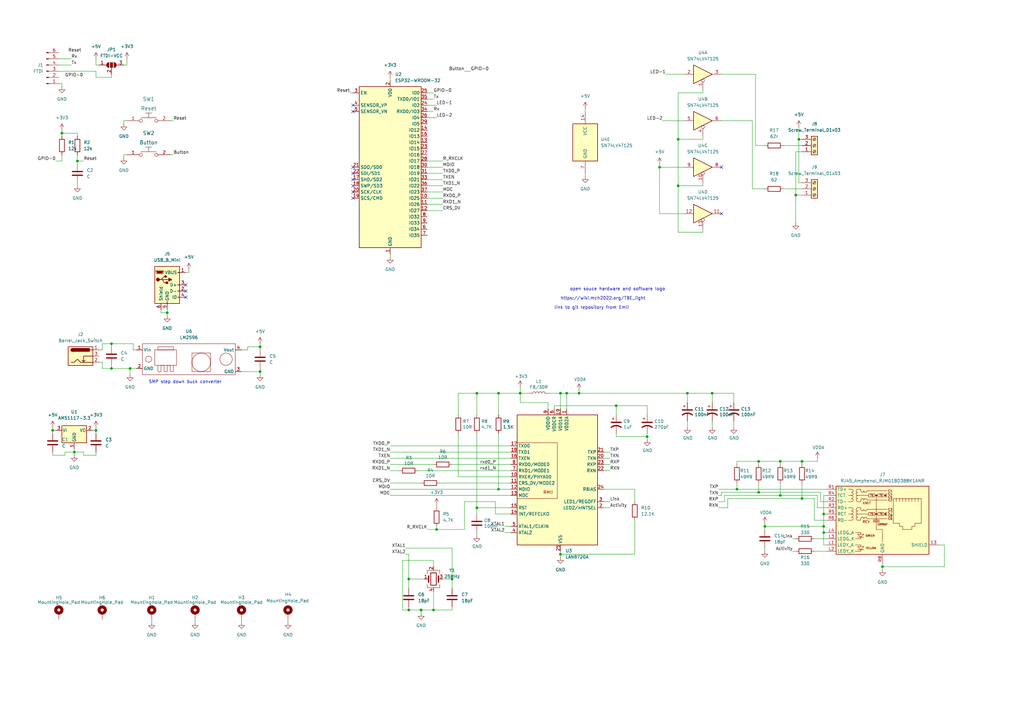
<source format=kicad_sch>
(kicad_sch (version 20211123) (generator eeschema)
  (paper "A3")
  (junction (at 204.47 200.66))
  (junction (at 237.49 161.29))
  (junction (at 68.58 128.27))
  (junction (at 106.68 142.24))
  (junction (at 278.13 57.15))
  (junction (at 229.87 227.33))
  (junction (at 172.72 250.19))
  (junction (at 337.82 215.9))
  (junction (at 45.72 140.97))
  (junction (at 313.69 215.9))
  (junction (at 337.82 210.82))
  (junction (at 21.59 176.53))
  (junction (at 167.64 250.19))
  (junction (at 320.04 189.23))
  (junction (at 281.94 161.29))
  (junction (at 270.51 68.58))
  (junction (at 337.82 218.44))
  (junction (at 328.93 204.47))
  (junction (at 25.4 54.61))
  (junction (at 265.43 179.07))
  (junction (at 213.36 161.29))
  (junction (at 326.39 80.01))
  (junction (at 195.58 208.28))
  (junction (at 232.41 161.29))
  (junction (at 185.42 237.49))
  (junction (at 53.34 151.13))
  (junction (at 292.1 161.29))
  (junction (at 311.15 189.23))
  (junction (at 30.48 185.42))
  (junction (at 327.66 57.15))
  (junction (at 252.73 166.37))
  (junction (at 31.75 66.04))
  (junction (at 311.15 201.93))
  (junction (at 179.07 217.17))
  (junction (at 167.64 237.49))
  (junction (at 39.37 176.53))
  (junction (at 195.58 161.29))
  (junction (at 45.72 151.13))
  (junction (at 328.93 189.23))
  (junction (at 278.13 76.2))
  (junction (at 177.8 250.19))
  (junction (at 204.47 161.29))
  (junction (at 106.68 152.4))
  (junction (at 320.04 203.2))
  (junction (at 361.95 232.41))
  (junction (at 302.26 200.66))
  (junction (at 229.87 161.29))
  (no_connect (at 144.78 68.58))
  (no_connect (at 144.78 45.72))
  (no_connect (at 295.91 87.63))
  (no_connect (at 76.2 121.92))
  (no_connect (at 144.78 43.18))
  (no_connect (at 144.78 81.28))
  (no_connect (at 76.2 119.38))
  (no_connect (at 295.91 68.58))
  (no_connect (at 144.78 73.66))
  (no_connect (at 144.78 78.74))
  (no_connect (at 144.78 76.2))
  (no_connect (at 144.78 71.12))
  (no_connect (at 76.2 116.84))
  (wire (pts (xy 24.13 29.21) (xy 39.37 29.21)))
  (wire (pts (xy 99.06 254) (xy 99.06 255.27)))
  (wire (pts (xy 265.43 170.18) (xy 265.43 166.37)))
  (wire (pts (xy 326.39 80.01) (xy 326.39 91.44)))
  (wire (pts (xy 195.58 161.29) (xy 204.47 161.29)))
  (wire (pts (xy 50.8 49.53) (xy 52.07 49.53)))
  (wire (pts (xy 31.75 54.61) (xy 31.75 55.88)))
  (wire (pts (xy 288.29 55.88) (xy 288.29 57.15)))
  (wire (pts (xy 278.13 38.1) (xy 278.13 57.15)))
  (wire (pts (xy 39.37 31.75) (xy 45.72 31.75)))
  (wire (pts (xy 337.82 210.82) (xy 339.09 210.82)))
  (wire (pts (xy 321.31 59.69) (xy 328.93 59.69)))
  (wire (pts (xy 22.86 66.04) (xy 25.4 66.04)))
  (wire (pts (xy 213.36 165.1) (xy 213.36 161.29)))
  (wire (pts (xy 172.72 198.12) (xy 160.02 198.12)))
  (wire (pts (xy 232.41 161.29) (xy 237.49 161.29)))
  (wire (pts (xy 21.59 186.69) (xy 26.67 186.69)))
  (wire (pts (xy 320.04 203.2) (xy 335.28 203.2)))
  (wire (pts (xy 295.91 30.48) (xy 309.88 30.48)))
  (wire (pts (xy 224.79 161.29) (xy 229.87 161.29)))
  (wire (pts (xy 361.95 232.41) (xy 387.35 232.41)))
  (wire (pts (xy 54.61 143.51) (xy 55.88 143.51)))
  (wire (pts (xy 177.8 190.5) (xy 160.02 190.5)))
  (wire (pts (xy 265.43 179.07) (xy 265.43 177.8)))
  (wire (pts (xy 181.61 66.04) (xy 175.26 66.04)))
  (wire (pts (xy 21.59 185.42) (xy 21.59 186.69)))
  (wire (pts (xy 207.01 218.44) (xy 209.55 218.44)))
  (wire (pts (xy 76.2 111.76) (xy 77.47 111.76)))
  (wire (pts (xy 195.58 219.71) (xy 195.58 218.44)))
  (wire (pts (xy 160.02 104.14) (xy 160.02 105.41)))
  (wire (pts (xy 181.61 76.2) (xy 175.26 76.2)))
  (wire (pts (xy 187.96 161.29) (xy 187.96 170.18)))
  (wire (pts (xy 308.61 77.47) (xy 313.69 77.47)))
  (wire (pts (xy 165.1 250.19) (xy 167.64 250.19)))
  (wire (pts (xy 209.55 190.5) (xy 185.42 190.5)))
  (wire (pts (xy 175.26 48.26) (xy 179.07 48.26)))
  (wire (pts (xy 337.82 215.9) (xy 337.82 218.44)))
  (wire (pts (xy 179.07 217.17) (xy 179.07 215.9)))
  (wire (pts (xy 227.33 166.37) (xy 227.33 167.64)))
  (wire (pts (xy 166.37 227.33) (xy 167.64 227.33)))
  (wire (pts (xy 45.72 151.13) (xy 53.34 151.13)))
  (wire (pts (xy 204.47 177.8) (xy 204.47 200.66)))
  (wire (pts (xy 39.37 24.13) (xy 39.37 26.67)))
  (wire (pts (xy 295.91 203.2) (xy 295.91 201.93)))
  (wire (pts (xy 229.87 167.64) (xy 229.87 161.29)))
  (wire (pts (xy 339.09 213.36) (xy 334.01 213.36)))
  (wire (pts (xy 336.55 205.74) (xy 336.55 201.93)))
  (wire (pts (xy 337.82 203.2) (xy 337.82 210.82)))
  (wire (pts (xy 288.29 36.83) (xy 288.29 38.1)))
  (wire (pts (xy 213.36 161.29) (xy 204.47 161.29)))
  (wire (pts (xy 229.87 227.33) (xy 229.87 228.6)))
  (wire (pts (xy 167.64 227.33) (xy 167.64 237.49)))
  (wire (pts (xy 252.73 166.37) (xy 227.33 166.37)))
  (wire (pts (xy 160.02 200.66) (xy 204.47 200.66)))
  (wire (pts (xy 166.37 224.79) (xy 185.42 224.79)))
  (wire (pts (xy 177.8 229.87) (xy 165.1 229.87)))
  (wire (pts (xy 190.5 205.74) (xy 190.5 217.17)))
  (wire (pts (xy 311.15 189.23) (xy 311.15 190.5)))
  (wire (pts (xy 54.61 140.97) (xy 54.61 143.51)))
  (wire (pts (xy 195.58 208.28) (xy 209.55 208.28)))
  (wire (pts (xy 22.86 176.53) (xy 21.59 176.53)))
  (wire (pts (xy 66.04 127) (xy 66.04 128.27)))
  (wire (pts (xy 181.61 237.49) (xy 185.42 237.49)))
  (wire (pts (xy 69.85 49.53) (xy 71.12 49.53)))
  (wire (pts (xy 298.45 204.47) (xy 298.45 208.28)))
  (wire (pts (xy 328.93 204.47) (xy 334.01 204.47)))
  (wire (pts (xy 295.91 201.93) (xy 311.15 201.93)))
  (wire (pts (xy 213.36 158.75) (xy 213.36 161.29)))
  (wire (pts (xy 247.65 185.42) (xy 250.19 185.42)))
  (wire (pts (xy 52.07 26.67) (xy 50.8 26.67)))
  (wire (pts (xy 229.87 226.06) (xy 229.87 227.33)))
  (wire (pts (xy 300.99 165.1) (xy 300.99 161.29)))
  (wire (pts (xy 278.13 57.15) (xy 278.13 76.2)))
  (wire (pts (xy 25.4 54.61) (xy 25.4 55.88)))
  (wire (pts (xy 294.64 200.66) (xy 302.26 200.66)))
  (wire (pts (xy 179.07 207.01) (xy 179.07 208.28)))
  (wire (pts (xy 175.26 83.82) (xy 181.61 83.82)))
  (wire (pts (xy 252.73 170.18) (xy 252.73 166.37)))
  (wire (pts (xy 300.99 161.29) (xy 292.1 161.29)))
  (wire (pts (xy 165.1 229.87) (xy 165.1 250.19)))
  (wire (pts (xy 337.82 210.82) (xy 337.82 215.9)))
  (wire (pts (xy 229.87 227.33) (xy 260.35 227.33)))
  (wire (pts (xy 294.64 203.2) (xy 295.91 203.2)))
  (wire (pts (xy 320.04 189.23) (xy 311.15 189.23)))
  (wire (pts (xy 327.66 57.15) (xy 328.93 57.15)))
  (wire (pts (xy 302.26 200.66) (xy 339.09 200.66)))
  (wire (pts (xy 30.48 185.42) (xy 30.48 186.69)))
  (wire (pts (xy 339.09 205.74) (xy 336.55 205.74)))
  (wire (pts (xy 280.67 68.58) (xy 270.51 68.58)))
  (wire (pts (xy 302.26 189.23) (xy 302.26 190.5)))
  (wire (pts (xy 278.13 76.2) (xy 288.29 76.2)))
  (wire (pts (xy 224.79 167.64) (xy 224.79 165.1)))
  (wire (pts (xy 80.01 254) (xy 80.01 255.27)))
  (wire (pts (xy 260.35 227.33) (xy 260.35 213.36)))
  (wire (pts (xy 179.07 217.17) (xy 190.5 217.17)))
  (wire (pts (xy 361.95 231.14) (xy 361.95 232.41)))
  (wire (pts (xy 181.61 81.28) (xy 175.26 81.28)))
  (wire (pts (xy 309.88 30.48) (xy 309.88 59.69)))
  (wire (pts (xy 181.61 86.36) (xy 175.26 86.36)))
  (wire (pts (xy 30.48 185.42) (xy 34.29 185.42)))
  (wire (pts (xy 175.26 68.58) (xy 181.61 68.58)))
  (wire (pts (xy 339.09 203.2) (xy 337.82 203.2)))
  (wire (pts (xy 175.26 43.18) (xy 179.07 43.18)))
  (wire (pts (xy 175.26 40.64) (xy 177.8 40.64)))
  (wire (pts (xy 252.73 179.07) (xy 252.73 177.8)))
  (wire (pts (xy 106.68 140.97) (xy 106.68 142.24)))
  (wire (pts (xy 24.13 24.13) (xy 29.21 24.13)))
  (wire (pts (xy 313.69 215.9) (xy 313.69 217.17)))
  (wire (pts (xy 270.51 67.31) (xy 270.51 68.58)))
  (wire (pts (xy 339.09 208.28) (xy 335.28 208.28)))
  (wire (pts (xy 106.68 151.13) (xy 106.68 152.4)))
  (wire (pts (xy 24.13 34.29) (xy 25.4 34.29)))
  (wire (pts (xy 278.13 57.15) (xy 288.29 57.15)))
  (wire (pts (xy 68.58 127) (xy 68.58 128.27)))
  (wire (pts (xy 45.72 140.97) (xy 45.72 142.24)))
  (wire (pts (xy 181.61 71.12) (xy 175.26 71.12)))
  (wire (pts (xy 298.45 204.47) (xy 328.93 204.47)))
  (wire (pts (xy 52.07 24.13) (xy 52.07 26.67)))
  (wire (pts (xy 327.66 74.93) (xy 328.93 74.93)))
  (wire (pts (xy 328.93 198.12) (xy 328.93 204.47)))
  (wire (pts (xy 185.42 224.79) (xy 185.42 237.49)))
  (wire (pts (xy 311.15 198.12) (xy 311.15 201.93)))
  (wire (pts (xy 167.64 250.19) (xy 172.72 250.19)))
  (wire (pts (xy 26.67 185.42) (xy 30.48 185.42)))
  (wire (pts (xy 52.07 63.5) (xy 50.8 63.5)))
  (wire (pts (xy 288.29 74.93) (xy 288.29 76.2)))
  (wire (pts (xy 25.4 66.04) (xy 25.4 63.5)))
  (wire (pts (xy 31.75 66.04) (xy 31.75 67.31)))
  (wire (pts (xy 229.87 161.29) (xy 232.41 161.29)))
  (wire (pts (xy 77.47 111.76) (xy 77.47 110.49)))
  (wire (pts (xy 25.4 54.61) (xy 31.75 54.61)))
  (wire (pts (xy 337.82 223.52) (xy 337.82 218.44)))
  (wire (pts (xy 177.8 232.41) (xy 177.8 229.87)))
  (wire (pts (xy 101.6 143.51) (xy 101.6 142.24)))
  (wire (pts (xy 69.85 63.5) (xy 71.12 63.5)))
  (wire (pts (xy 361.95 232.41) (xy 361.95 233.68)))
  (wire (pts (xy 260.35 200.66) (xy 247.65 200.66)))
  (wire (pts (xy 270.51 87.63) (xy 280.67 87.63)))
  (wire (pts (xy 106.68 142.24) (xy 106.68 143.51)))
  (wire (pts (xy 334.01 213.36) (xy 334.01 204.47)))
  (wire (pts (xy 41.91 151.13) (xy 45.72 151.13)))
  (wire (pts (xy 68.58 128.27) (xy 68.58 129.54)))
  (wire (pts (xy 334.01 226.06) (xy 339.09 226.06)))
  (wire (pts (xy 271.78 49.53) (xy 280.67 49.53)))
  (wire (pts (xy 180.34 198.12) (xy 209.55 198.12)))
  (wire (pts (xy 25.4 53.34) (xy 25.4 54.61)))
  (wire (pts (xy 313.69 215.9) (xy 337.82 215.9)))
  (wire (pts (xy 177.8 250.19) (xy 185.42 250.19)))
  (wire (pts (xy 308.61 49.53) (xy 308.61 77.47)))
  (wire (pts (xy 163.83 193.04) (xy 160.02 193.04)))
  (wire (pts (xy 167.64 237.49) (xy 167.64 241.3)))
  (wire (pts (xy 209.55 195.58) (xy 187.96 195.58)))
  (wire (pts (xy 195.58 210.82) (xy 195.58 208.28)))
  (wire (pts (xy 325.12 220.98) (xy 326.39 220.98)))
  (wire (pts (xy 260.35 205.74) (xy 260.35 200.66)))
  (wire (pts (xy 328.93 189.23) (xy 320.04 189.23)))
  (wire (pts (xy 295.91 49.53) (xy 308.61 49.53)))
  (wire (pts (xy 171.45 193.04) (xy 209.55 193.04)))
  (wire (pts (xy 175.26 45.72) (xy 177.8 45.72)))
  (wire (pts (xy 232.41 167.64) (xy 232.41 161.29)))
  (wire (pts (xy 99.06 152.4) (xy 106.68 152.4)))
  (wire (pts (xy 167.64 250.19) (xy 167.64 248.92)))
  (wire (pts (xy 209.55 187.96) (xy 160.02 187.96)))
  (wire (pts (xy 292.1 172.72) (xy 292.1 175.26)))
  (wire (pts (xy 207.01 215.9) (xy 209.55 215.9)))
  (wire (pts (xy 337.82 218.44) (xy 339.09 218.44)))
  (wire (pts (xy 62.23 254) (xy 62.23 255.27)))
  (wire (pts (xy 247.65 208.28) (xy 250.19 208.28)))
  (wire (pts (xy 247.65 187.96) (xy 250.19 187.96)))
  (wire (pts (xy 173.99 237.49) (xy 167.64 237.49)))
  (wire (pts (xy 175.26 78.74) (xy 181.61 78.74)))
  (wire (pts (xy 203.2 210.82) (xy 209.55 210.82)))
  (wire (pts (xy 204.47 200.66) (xy 209.55 200.66)))
  (wire (pts (xy 328.93 189.23) (xy 328.93 190.5)))
  (wire (pts (xy 34.29 186.69) (xy 39.37 186.69)))
  (wire (pts (xy 41.91 148.59) (xy 41.91 151.13)))
  (wire (pts (xy 195.58 177.8) (xy 195.58 208.28)))
  (wire (pts (xy 240.03 71.12) (xy 240.03 72.39)))
  (wire (pts (xy 177.8 242.57) (xy 177.8 250.19)))
  (wire (pts (xy 278.13 95.25) (xy 288.29 95.25)))
  (wire (pts (xy 247.65 205.74) (xy 250.19 205.74)))
  (wire (pts (xy 327.66 57.15) (xy 327.66 74.93)))
  (wire (pts (xy 213.36 161.29) (xy 217.17 161.29)))
  (wire (pts (xy 101.6 142.24) (xy 106.68 142.24)))
  (wire (pts (xy 320.04 198.12) (xy 320.04 203.2)))
  (wire (pts (xy 204.47 161.29) (xy 204.47 170.18)))
  (wire (pts (xy 292.1 161.29) (xy 281.94 161.29)))
  (wire (pts (xy 39.37 26.67) (xy 40.64 26.67)))
  (wire (pts (xy 281.94 175.26) (xy 281.94 172.72)))
  (wire (pts (xy 237.49 160.02) (xy 237.49 161.29)))
  (wire (pts (xy 41.91 140.97) (xy 45.72 140.97)))
  (wire (pts (xy 195.58 161.29) (xy 187.96 161.29)))
  (wire (pts (xy 24.13 26.67) (xy 29.21 26.67)))
  (wire (pts (xy 34.29 185.42) (xy 34.29 186.69)))
  (wire (pts (xy 39.37 176.53) (xy 39.37 177.8)))
  (wire (pts (xy 297.18 205.74) (xy 294.64 205.74)))
  (wire (pts (xy 31.75 74.93) (xy 31.75 76.2)))
  (wire (pts (xy 325.12 226.06) (xy 326.39 226.06)))
  (wire (pts (xy 39.37 175.26) (xy 39.37 176.53)))
  (wire (pts (xy 30.48 184.15) (xy 30.48 185.42)))
  (wire (pts (xy 40.64 148.59) (xy 41.91 148.59)))
  (wire (pts (xy 190.5 29.21) (xy 193.04 29.21)))
  (wire (pts (xy 143.51 38.1) (xy 144.78 38.1)))
  (wire (pts (xy 387.35 223.52) (xy 384.81 223.52)))
  (wire (pts (xy 26.67 186.69) (xy 26.67 185.42)))
  (wire (pts (xy 224.79 165.1) (xy 213.36 165.1)))
  (wire (pts (xy 335.28 187.96) (xy 335.28 189.23)))
  (wire (pts (xy 99.06 143.51) (xy 101.6 143.51)))
  (wire (pts (xy 288.29 95.25) (xy 288.29 93.98)))
  (wire (pts (xy 45.72 31.75) (xy 45.72 30.48)))
  (wire (pts (xy 294.64 208.28) (xy 298.45 208.28)))
  (wire (pts (xy 31.75 66.04) (xy 31.75 63.5)))
  (wire (pts (xy 118.11 254) (xy 118.11 255.27)))
  (wire (pts (xy 328.93 80.01) (xy 326.39 80.01)))
  (wire (pts (xy 66.04 128.27) (xy 68.58 128.27)))
  (wire (pts (xy 39.37 185.42) (xy 39.37 186.69)))
  (wire (pts (xy 190.5 205.74) (xy 203.2 205.74)))
  (wire (pts (xy 175.26 38.1) (xy 177.8 38.1)))
  (wire (pts (xy 309.88 59.69) (xy 313.69 59.69)))
  (wire (pts (xy 50.8 50.8) (xy 50.8 49.53)))
  (wire (pts (xy 175.26 73.66) (xy 181.61 73.66)))
  (wire (pts (xy 320.04 189.23) (xy 320.04 190.5)))
  (wire (pts (xy 175.26 217.17) (xy 179.07 217.17)))
  (wire (pts (xy 247.65 193.04) (xy 250.19 193.04)))
  (wire (pts (xy 195.58 170.18) (xy 195.58 161.29)))
  (wire (pts (xy 185.42 250.19) (xy 185.42 248.92)))
  (wire (pts (xy 334.01 220.98) (xy 339.09 220.98)))
  (wire (pts (xy 278.13 76.2) (xy 278.13 95.25)))
  (wire (pts (xy 273.05 30.48) (xy 280.67 30.48)))
  (wire (pts (xy 300.99 175.26) (xy 300.99 172.72)))
  (wire (pts (xy 172.72 250.19) (xy 172.72 251.46)))
  (wire (pts (xy 252.73 166.37) (xy 265.43 166.37)))
  (wire (pts (xy 34.29 66.04) (xy 31.75 66.04)))
  (wire (pts (xy 270.51 68.58) (xy 270.51 87.63)))
  (wire (pts (xy 313.69 214.63) (xy 313.69 215.9)))
  (wire (pts (xy 311.15 189.23) (xy 302.26 189.23)))
  (wire (pts (xy 45.72 140.97) (xy 54.61 140.97)))
  (wire (pts (xy 339.09 223.52) (xy 337.82 223.52)))
  (wire (pts (xy 313.69 224.79) (xy 313.69 226.06)))
  (wire (pts (xy 387.35 232.41) (xy 387.35 223.52)))
  (wire (pts (xy 321.31 77.47) (xy 328.93 77.47)))
  (wire (pts (xy 297.18 203.2) (xy 297.18 205.74)))
  (wire (pts (xy 50.8 63.5) (xy 50.8 64.77)))
  (wire (pts (xy 265.43 179.07) (xy 252.73 179.07)))
  (wire (pts (xy 160.02 31.75) (xy 160.02 33.02)))
  (wire (pts (xy 265.43 180.34) (xy 265.43 179.07)))
  (wire (pts (xy 281.94 165.1) (xy 281.94 161.29)))
  (wire (pts (xy 41.91 143.51) (xy 41.91 140.97)))
  (wire (pts (xy 40.64 143.51) (xy 41.91 143.51)))
  (wire (pts (xy 160.02 182.88) (xy 209.55 182.88)))
  (wire (pts (xy 237.49 161.29) (xy 281.94 161.29)))
  (wire (pts (xy 25.4 34.29) (xy 25.4 35.56)))
  (wire (pts (xy 292.1 165.1) (xy 292.1 161.29)))
  (wire (pts (xy 288.29 38.1) (xy 278.13 38.1)))
  (wire (pts (xy 106.68 152.4) (xy 106.68 153.67)))
  (wire (pts (xy 172.72 250.19) (xy 177.8 250.19)))
  (wire (pts (xy 335.28 189.23) (xy 328.93 189.23)))
  (wire (pts (xy 38.1 176.53) (xy 39.37 176.53)))
  (wire (pts (xy 39.37 29.21) (xy 39.37 31.75)))
  (wire (pts (xy 247.65 190.5) (xy 250.19 190.5)))
  (wire (pts (xy 240.03 44.45) (xy 240.03 45.72)))
  (wire (pts (xy 45.72 149.86) (xy 45.72 151.13)))
  (wire (pts (xy 21.59 176.53) (xy 21.59 177.8)))
  (wire (pts (xy 209.55 203.2) (xy 160.02 203.2)))
  (wire (pts (xy 160.02 185.42) (xy 209.55 185.42)))
  (wire (pts (xy 326.39 62.23) (xy 328.93 62.23)))
  (wire (pts (xy 55.88 151.13) (xy 53.34 151.13)))
  (wire (pts (xy 203.2 205.74) (xy 203.2 210.82)))
  (wire (pts (xy 297.18 203.2) (xy 320.04 203.2)))
  (wire (pts (xy 327.66 52.07) (xy 327.66 57.15)))
  (wire (pts (xy 185.42 237.49) (xy 185.42 241.3)))
  (wire (pts (xy 187.96 195.58) (xy 187.96 177.8)))
  (wire (pts (xy 53.34 151.13) (xy 53.34 153.67)))
  (wire (pts (xy 302.26 198.12) (xy 302.26 200.66)))
  (wire (pts (xy 311.15 201.93) (xy 336.55 201.93)))
  (wire (pts (xy 326.39 80.01) (xy 326.39 62.23)))
  (wire (pts (xy 335.28 208.28) (xy 335.28 203.2)))
  (wire (pts (xy 21.59 175.26) (xy 21.59 176.53)))
  (text "https://wiki.mch2022.org/TBE_light" (at 229.87 123.19 0) (effects (font (size 1.27 1.27)) (justify left bottom)))
  (text "open souce hardware and software logo" (at 233.68 119.38 0) (effects (font (size 1.27 1.27)) (justify left bottom)))
  (text "link to git repository from Emil" (at 227.33 127 0) (effects (font (size 1.27 1.27)) (justify left bottom)))
  (text "SMP step down buck converter" (at 60.96 157.48 0) (effects (font (size 1.27 1.27)) (justify left bottom)))
  (label "MDIO" (at 160.02 200.66 180))
  (label "TXN" (at 250.19 187.96 0))
  (label "CRS_DV" (at 181.61 86.36 0))
  (label "RXP" (at 294.64 205.74 180))
  (label "Link" (at 250.19 205.74 0))
  (label "Link" (at 325.12 220.98 180))
  (label "GPIO-0" (at 22.86 66.04 180))
  (label "Tx" (at 29.21 26.67 0))
  (label "rxd0_P" (at 196.85 190.5 0))
  (label "TXD0_P" (at 160.02 182.88 180))
  (label "XTAL2" (at 166.37 227.33 180))
  (label "XTAL1" (at 166.37 224.79 180))
  (label "RXN" (at 294.64 208.28 180))
  (label "LED-1" (at 273.05 30.48 180))
  (label "Activity" (at 250.19 208.28 0))
  (label "LED-2" (at 271.78 49.53 180))
  (label "TXEN" (at 181.61 73.66 0))
  (label "Rx" (at 29.21 24.13 0))
  (label "RXD0_P" (at 160.02 190.5 180))
  (label "TXD1_N" (at 181.61 76.2 0))
  (label "RXN" (at 250.19 193.04 0))
  (label "TXP" (at 294.64 200.66 180))
  (label "TXD0_P" (at 181.61 71.12 0))
  (label "TXD1_N" (at 160.02 185.42 180))
  (label "RXD0_P" (at 181.61 81.28 0))
  (label "RXD1_N" (at 181.61 83.82 0))
  (label "GPIO-0" (at 193.04 29.21 0))
  (label "TXN" (at 294.64 203.2 180))
  (label "Activity" (at 325.12 226.06 180))
  (label "Button" (at 190.5 29.21 180))
  (label "LED-1" (at 179.07 43.18 0))
  (label "CRS_DV" (at 160.02 198.12 180))
  (label "Button" (at 71.12 63.5 0))
  (label "rxd1_N" (at 196.85 193.04 0))
  (label "XTAL1" (at 207.01 215.9 180))
  (label "Tx" (at 177.8 40.64 0))
  (label "Rx" (at 177.8 45.72 0))
  (label "Reset" (at 27.94 21.59 0))
  (label "MDIO" (at 181.61 68.58 0))
  (label "R_RXCLK" (at 181.61 66.04 0))
  (label "MDC" (at 181.61 78.74 0))
  (label "TXEN" (at 160.02 187.96 180))
  (label "RXD1_N" (at 160.02 193.04 180))
  (label "GPIO-0" (at 177.8 38.1 0))
  (label "TXP" (at 250.19 185.42 0))
  (label "XTAL2" (at 207.01 218.44 180))
  (label "LED-2" (at 179.07 48.26 0))
  (label "Reset" (at 34.29 66.04 0))
  (label "GPIO-0" (at 26.67 31.75 0))
  (label "R_RXCLK" (at 175.26 217.17 180))
  (label "Reset" (at 71.12 49.53 0))
  (label "MDC" (at 160.02 203.2 180))
  (label "Reset" (at 143.51 38.1 180))
  (label "RXP" (at 250.19 190.5 0))
  (symbol (lib_id "power:+3.3V") (at 52.07 24.13 0) (unit 1)
    (property "Reference" "#PWR0115" (effects hide))
    (property "Value" "+3.3V" (at 52.07 19.05 0))
  )
  (symbol (lib_id "power:GND") (at 281.94 175.26 0) (unit 1)
    (property "Reference" "#PWR0129" (effects hide))
    (property "Value" "GND" (at 282.067 179.6542 0))
  )
  (symbol (lib_id "power:+5V") (at 270.51 67.31 0) (unit 1)
    (property "Reference" "#PWR0145" (effects hide))
    (property "Value" "+5V" (at 270.51 62.23 0))
  )
  (symbol (lib_id "Device:R") (at 167.64 193.04 90) (unit 1)
    (property "Reference" "R3" (at 167.64 187.7822 90))
    (property "Value" "10R" (at 167.64 190.0936 90))
    (property "Footprint" "Resistor_SMD:R_0603_1608Metric" (effects hide))
  )
  (symbol (lib_id "power:GND") (at 292.1 175.26 0) (unit 1)
    (property "Reference" "#PWR0130" (effects hide))
    (property "Value" "GND" (at 292.227 179.6542 0))
  )
  (symbol (lib_id "Mechanical:MountingHole_Pad") (at 118.11 251.46 0) (unit 1)
    (property "Reference" "H4" (at 116.84 243.8399 0) (effects (justify left)))
    (property "Value" "MountingHole_Pad" (at 109.22 246.3799 0) (effects (justify left)))
    (property "Footprint" "MountingHole:MountingHole_3.2mm_M3_Pad" (effects hide))
  )
  (symbol (lib_id "Mechanical:MountingHole_Pad") (at 41.91 251.46 0) (unit 1)
    (property "Reference" "H6" (at 41.91 245.11 0))
    (property "Value" "MountingHole_Pad" (at 41.91 247.015 0))
    (property "Footprint" "MountingHole:MountingHole_3.2mm_M3_Pad" (effects hide))
  )
  (symbol (lib_id "Device:R") (at 181.61 190.5 90) (unit 1)
    (property "Reference" "R6" (at 181.61 185.2422 90))
    (property "Value" "10R" (at 181.61 187.5536 90))
    (property "Footprint" "Resistor_SMD:R_0603_1608Metric" (effects hide))
  )
  (symbol (lib_id "power:VDDA") (at 237.49 160.02 0) (unit 1)
    (property "Reference" "#PWR0131" (effects hide))
    (property "Value" "VDDA" (at 237.871 155.6258 0))
  )
  (symbol (lib_id "power:GND") (at 265.43 180.34 0) (unit 1)
    (property "Reference" "#PWR0124" (effects hide))
    (property "Value" "GND" (at 265.557 184.7342 0))
  )
  (symbol (lib_id "Device:R") (at 195.58 173.99 0) (unit 1)
    (property "Reference" "R8" (at 197.358 172.8216 0) (effects (justify left)))
    (property "Value" "4.7K" (at 197.358 175.133 0) (effects (justify left)))
    (property "Footprint" "Resistor_SMD:R_0603_1608Metric" (effects hide))
  )
  (symbol (lib_id "power:+5V") (at 39.37 24.13 0) (unit 1)
    (property "Reference" "#PWR0116" (effects hide))
    (property "Value" "+5V" (at 39.37 19.05 0))
  )
  (symbol (lib_id "Device:CP1") (at 300.99 168.91 0) (unit 1)
    (property "Reference" "C13" (at 303.911 167.7416 0) (effects (justify left)))
    (property "Value" "100nF" (at 303.911 170.053 0) (effects (justify left)))
    (property "Footprint" "Capacitor_SMD:C_0603_1608Metric" (effects hide))
  )
  (symbol (lib_id "power:GND") (at 326.39 91.44 0) (unit 1)
    (property "Reference" "#PWR0138" (effects hide))
    (property "Value" "GND" (at 326.39 96.52 0))
  )
  (symbol (lib_id "power:GND") (at 229.87 228.6 0) (unit 1)
    (property "Reference" "#PWR0127" (effects hide))
    (property "Value" "GND" (at 229.87 233.68 0))
  )
  (symbol (lib_id "power:GND") (at 62.23 255.27 0) (unit 1)
    (property "Reference" "#PWR0141" (effects hide))
    (property "Value" "GND" (at 62.23 260.35 0))
  )
  (symbol (lib_id "Device:CP1") (at 292.1 168.91 0) (unit 1)
    (property "Reference" "C12" (at 295.021 167.7416 0) (effects (justify left)))
    (property "Value" "100nF" (at 295.021 170.053 0) (effects (justify left)))
    (property "Footprint" "Capacitor_SMD:C_0603_1608Metric" (effects hide))
  )
  (symbol (lib_id "power:+3.3V") (at 39.37 175.26 0) (unit 1)
    (property "Reference" "#PWR0109" (effects hide))
    (property "Value" "+3.3V" (at 39.37 170.18 0))
  )
  (symbol (lib_id "power:GND") (at 313.69 226.06 0) (unit 1)
    (property "Reference" "#PWR0137" (effects hide))
    (property "Value" "GND" (at 313.69 231.14 0))
  )
  (symbol (lib_id "Device:L") (at 220.98 161.29 90) (unit 1)
    (property "Reference" "L1" (at 220.98 156.464 90))
    (property "Value" "FB/30R" (at 220.98 158.7754 90))
    (property "Footprint" "Inductor_SMD:L_0805_2012Metric" (effects hide))
  )
  (symbol (lib_id "Device:R") (at 317.5 77.47 90) (unit 1)
    (property "Reference" "R18" (at 317.5 71.2216 90))
    (property "Value" "62" (at 317.5 73.7616 90))
    (property "Footprint" "Resistor_SMD:R_0603_1608Metric" (effects hide))
  )
  (symbol (lib_id "power:+3.3V") (at 213.36 158.75 0) (unit 1)
    (property "Reference" "#PWR0107" (effects hide))
    (property "Value" "+3.3V" (at 213.741 154.3558 0))
  )
  (symbol (lib_id "power:GND") (at 30.48 186.69 0) (unit 1)
    (property "Reference" "#PWR0108" (effects hide))
    (property "Value" "GND" (at 30.48 191.77 0))
  )
  (symbol (lib_id "power:+3.3V") (at 160.02 31.75 0) (unit 1)
    (property "Reference" "#PWR0112" (effects hide))
    (property "Value" "+3.3V" (at 160.02 26.67 0))
  )
  (symbol (lib_id "Device:C") (at 21.59 181.61 0) (unit 1)
    (property "Reference" "C1" (at 25.4 180.3399 0) (effects (justify left)))
    (property "Value" "C" (at 25.4 182.8799 0) (effects (justify left)))
    (property "Footprint" "Capacitor_SMD:C_0805_2012Metric" (effects hide))
  )
  (symbol (lib_id "Connector:Screw_Terminal_01x03") (at 334.01 59.69 0) (mirror x) (unit 1)
    (property "Reference" "J8" (at 334.01 50.8 0))
    (property "Value" "Screw_Terminal_01x03" (at 334.01 53.34 0))
    (property "Footprint" "Connector_PinSocket_2.54mm:PinSocket_1x03_P2.54mm_Vertical" (effects hide))
  )
  (symbol (lib_id "Device:R") (at 187.96 173.99 180) (unit 1)
    (property "Reference" "R7" (at 189.738 172.8216 0) (effects (justify right)))
    (property "Value" "10R" (at 189.738 175.133 0) (effects (justify right)))
    (property "Footprint" "Resistor_SMD:R_0603_1608Metric" (effects hide))
  )
  (symbol (lib_id "power:GND") (at 300.99 175.26 0) (unit 1)
    (property "Reference" "#PWR0134" (effects hide))
    (property "Value" "GND" (at 301.117 179.6542 0))
  )
  (symbol (lib_id "Connector:Screw_Terminal_01x03") (at 334.01 77.47 0) (mirror x) (unit 1)
    (property "Reference" "J9" (at 334.01 68.58 0))
    (property "Value" "Screw_Terminal_01x03" (at 334.01 71.12 0))
    (property "Footprint" "Connector_PinSocket_2.54mm:PinSocket_1x03_P2.54mm_Vertical" (effects hide))
  )
  (symbol (lib_id "power:+5V") (at 240.03 44.45 0) (unit 1)
    (property "Reference" "#PWR0101" (effects hide))
    (property "Value" "+5V" (at 240.03 39.37 0))
  )
  (symbol (lib_id "Device:C") (at 195.58 214.63 0) (unit 1)
    (property "Reference" "C8" (at 198.501 213.4616 0) (effects (justify left)))
    (property "Value" "100nF" (at 198.501 215.773 0) (effects (justify left)))
    (property "Footprint" "Capacitor_SMD:C_0603_1608Metric" (effects hide))
  )
  (symbol (lib_id "power:GND") (at 50.8 64.77 0) (unit 1)
    (property "Reference" "#PWR0102" (effects hide))
    (property "Value" "GND" (at 50.8 69.85 0))
  )
  (symbol (lib_id "RF_Module:ESP32-WROOM-32") (at 160.02 68.58 0) (unit 1)
    (property "Reference" "U2" (at 162.0394 30.48 0) (effects (justify left)))
    (property "Value" "ESP32-WROOM-32" (at 162.0394 33.02 0) (effects (justify left)))
    (property "Footprint" "RF_Module:ESP32-WROOM-32" (effects hide))
    (property "Datasheet" "https://www.espressif.com/sites/default/files/documentation/esp32-wroom-32_datasheet_en.pdf" (effects hide))
    (property "JLC-pcb-part" "C473012" (effects hide))
  )
  (symbol (lib_id "power:GND") (at 240.03 72.39 0) (unit 1)
    (property "Reference" "#PWR0118" (effects hide))
    (property "Value" "GND" (at 240.03 77.47 0))
  )
  (symbol (lib_id "power:+5V") (at 77.47 110.49 0) (unit 1)
    (property "Reference" "#PWR0121" (effects hide))
    (property "Value" "+5V" (at 77.47 105.41 0))
  )
  (symbol (lib_id "Device:C") (at 106.68 147.32 0) (unit 1)
    (property "Reference" "C5" (at 110.49 146.0499 0) (effects (justify left)))
    (property "Value" "C" (at 110.49 148.5899 0) (effects (justify left)))
    (property "Footprint" "Capacitor_SMD:C_0805_2012Metric" (effects hide))
  )
  (symbol (lib_id "Connector:Conn_01x06_Male") (at 19.05 29.21 0) (mirror x) (unit 1)
    (property "Reference" "J1" (at 17.78 26.6699 0) (effects (justify right)))
    (property "Value" "FTDI" (at 17.78 29.2099 0) (effects (justify right)))
    (property "Footprint" "Connector_PinSocket_2.54mm:PinSocket_1x06_P2.54mm_Vertical" (effects hide))
  )
  (symbol (lib_id "Mechanical:MountingHole_Pad") (at 62.23 251.46 0) (unit 1)
    (property "Reference" "H1" (at 62.23 245.11 0))
    (property "Value" "MountingHole_Pad" (at 62.23 247.015 0))
    (property "Footprint" "MountingHole:MountingHole_3.2mm_M3_Pad" (effects hide))
  )
  (symbol (lib_id "power:+5V") (at 327.66 52.07 0) (unit 1)
    (property "Reference" "#PWR0139" (effects hide))
    (property "Value" "+5V" (at 327.66 46.99 0))
  )
  (symbol (lib_id "Device:R") (at 302.26 194.31 0) (unit 1)
    (property "Reference" "R11" (at 303.53 193.0399 0) (effects (justify left)))
    (property "Value" "49R9" (at 303.53 195.5799 0) (effects (justify left)))
    (property "Footprint" "Resistor_SMD:R_0603_1608Metric" (effects hide))
  )
  (symbol (lib_id "power:GND") (at 50.8 50.8 0) (unit 1)
    (property "Reference" "#PWR0117" (effects hide))
    (property "Value" "GND" (at 50.8 55.88 0))
  )
  (symbol (lib_id "Connector:RJ45_Amphenol_RJMG1BD3B8K1ANR") (at 361.95 213.36 0) (unit 1)
    (property "Reference" "J7" (at 361.95 194.6656 0))
    (property "Value" "RJ45_Amphenol_RJMG1BD3B8K1ANR" (at 361.95 197.2056 0))
    (property "Footprint" "Connector_RJ:RJ45_Amphenol_RJMG1BD3B8K1ANR" (effects hide))
    (property "Datasheet" "https://www.amphenolcanada.com/ProductSearch/Drawings/AC/RJMG1BD3B8K1ANR.PDF" (effects hide))
    (property "JLC-pcb-part" "C456388" (effects hide))
  )
  (symbol (lib_id "Device:R") (at 31.75 59.69 0) (unit 1)
    (property "Reference" "R2" (at 34.29 58.4199 0) (effects (justify left)))
    (property "Value" "12k" (at 34.29 60.9599 0) (effects (justify left)))
    (property "Footprint" "Resistor_SMD:R_0603_1608Metric" (effects hide))
  )
  (symbol (lib_id "power:GND") (at 25.4 35.56 0) (unit 1)
    (property "Reference" "#PWR0113" (effects hide))
    (property "Value" "GND" (at 25.4 40.64 0))
  )
  (symbol (lib_id "Device:R") (at 25.4 59.69 0) (unit 1)
    (property "Reference" "R1" (at 27.94 58.4199 0) (effects (justify left)))
    (property "Value" "12k" (at 27.94 60.9599 0) (effects (justify left)))
    (property "Footprint" "Resistor_SMD:R_0603_1608Metric" (effects hide))
  )
  (symbol (lib_id "Device:Crystal_GND24") (at 177.8 237.49 0) (unit 1)
    (property "Reference" "Y1" (at 185.42 233.9086 0))
    (property "Value" "25MHz" (at 185.42 236.4486 0))
    (property "Footprint" "Crystal:Crystal_SMD_Abracon_ABM8G-4Pin_3.2x2.5mm" (effects hide))
  )
  (symbol (lib_id "Mechanical:MountingHole_Pad") (at 99.06 251.46 0) (unit 1)
    (property "Reference" "H3" (at 99.06 245.11 0))
    (property "Value" "MountingHole_Pad" (at 99.06 247.015 0))
    (property "Footprint" "MountingHole:MountingHole_3.2mm_M3_Pad" (effects hide))
  )
  (symbol (lib_id "power:GND") (at 68.58 129.54 0) (unit 1)
    (property "Reference" "#PWR0119" (effects hide))
    (property "Value" "GND" (at 68.58 134.62 0))
  )
  (symbol (lib_id "Connector:Barrel_Jack_Switch") (at 33.02 146.05 0) (unit 1)
    (property "Reference" "J2" (at 33.02 137.16 0))
    (property "Value" "Barrel_Jack_Switch" (at 33.02 139.7 0))
    (property "Footprint" "Connector_BarrelJack:BarrelJack_GCT_DCJ200-10-A_Horizontal" (effects hide))
  )
  (symbol (lib_id "power:+3.3V") (at 25.4 53.34 0) (unit 1)
    (property "Reference" "#PWR0114" (effects hide))
    (property "Value" "+3.3V" (at 25.4 48.26 0))
  )
  (symbol (lib_id "power:VDDA") (at 313.69 214.63 0) (unit 1)
    (property "Reference" "#PWR0133" (effects hide))
    (property "Value" "VDDA" (at 314.071 210.2358 0))
  )
  (symbol (lib_id "power:GND") (at 106.68 153.67 0) (unit 1)
    (property "Reference" "#PWR0106" (effects hide))
    (property "Value" "GND" (at 106.68 158.75 0))
  )
  (symbol (lib_id "LM2596-module:LM2596") (at 76.2 144.78 0) (unit 1)
    (property "Reference" "U6" (at 77.47 135.89 0))
    (property "Value" "LM2596" (at 77.47 138.43 0))
    (property "Footprint" "LM2596-module:LM2596-Module" (effects hide))
  )
  (symbol (lib_id "Device:R") (at 311.15 194.31 0) (unit 1)
    (property "Reference" "R12" (at 312.42 193.0399 0) (effects (justify left)))
    (property "Value" "49R9" (at 312.42 195.5799 0) (effects (justify left)))
    (property "Footprint" "Resistor_SMD:R_0603_1608Metric" (effects hide))
  )
  (symbol (lib_id "Device:CP1") (at 252.73 173.99 0) (unit 1)
    (property "Reference" "C9" (at 255.651 172.8216 0) (effects (justify left)))
    (property "Value" "1uF" (at 255.651 175.133 0) (effects (justify left)))
    (property "Footprint" "Capacitor_SMD:C_0603_1608Metric" (effects hide))
  )
  (symbol (lib_id "Mechanical:MountingHole_Pad") (at 24.13 251.46 0) (unit 1)
    (property "Reference" "H5" (at 24.13 245.11 0))
    (property "Value" "MountingHole_Pad" (at 24.13 247.015 0))
    (property "Footprint" "MountingHole:MountingHole_3.2mm_M3_Pad" (effects hide))
  )
  (symbol (lib_id "Device:C") (at 167.64 245.11 0) (unit 1)
    (property "Reference" "C6" (at 171.45 243.8399 0) (effects (justify left)))
    (property "Value" "18pF" (at 171.45 246.3799 0) (effects (justify left)))
    (property "Footprint" "Capacitor_SMD:C_0805_2012Metric" (effects hide))
  )
  (symbol (lib_id "phosphor:pushbutton") (at 60.96 63.5 0) (unit 1)
    (property "Reference" "SW2" (at 60.96 54.61 0) (effects (font (size 1.524 1.524))))
    (property "Value" "Button" (at 60.96 58.42 0) (effects (font (size 1.524 1.524))))
    (property "Footprint" "Button_Switch_THT:SW_PUSH_6mm" (effects hide))
    (property "JLC-pcb-part" "C13828" (effects hide))
  )
  (symbol (lib_id "Device:R") (at 330.2 220.98 90) (unit 1)
    (property "Reference" "R15" (at 330.2 215.9 90))
    (property "Value" "330" (at 330.2 218.44 90))
    (property "Footprint" "Resistor_SMD:R_0603_1608Metric" (effects hide))
  )
  (symbol (lib_id "power:VDDA") (at 335.28 187.96 0) (unit 1)
    (property "Reference" "#PWR0135" (effects hide))
    (property "Value" "VDDA" (at 335.661 183.5658 0))
  )
  (symbol (lib_id "Device:R") (at 204.47 173.99 0) (unit 1)
    (property "Reference" "R9" (at 206.248 172.8216 0) (effects (justify left)))
    (property "Value" "1.5K" (at 206.248 175.133 0) (effects (justify left)))
    (property "Footprint" "Resistor_SMD:R_0603_1608Metric" (effects hide))
  )
  (symbol (lib_id "74xx:SN74LV4T125") (at 240.03 58.42 0) (unit 5)
    (property "Reference" "U4" (at 246.38 57.1499 0) (effects (justify left)))
    (property "Value" "SN74LV4T125" (at 246.38 59.6899 0) (effects (justify left)))
    (property "Footprint" "Package_SO:TSSOP-14_4.4x5mm_P0.65mm" (effects hide))
    (property "Datasheet" "https://www.ti.com/lit/ds/symlink/sn74lv4t125.pdf" (effects hide))
    (property "JLC-pcb-part" "C90755" (effects hide))
  )
  (symbol (lib_id "Device:R") (at 317.5 59.69 90) (unit 1)
    (property "Reference" "R17" (at 317.5 53.4416 90))
    (property "Value" "62r" (at 317.5 55.9816 90))
    (property "Footprint" "Resistor_SMD:R_0603_1608Metric" (effects hide))
  )
  (symbol (lib_id "Device:R") (at 320.04 194.31 0) (unit 1)
    (property "Reference" "R13" (at 321.31 193.0399 0) (effects (justify left)))
    (property "Value" "49R9" (at 321.31 195.5799 0) (effects (justify left)))
    (property "Footprint" "Resistor_SMD:R_0603_1608Metric" (effects hide))
  )
  (symbol (lib_id "74xx:SN74LV4T125") (at 288.29 68.58 0) (unit 3)
    (property "Reference" "U4" (at 288.29 59.69 0))
    (property "Value" "SN74LV4T125" (at 288.29 62.23 0))
    (property "Footprint" "Package_SO:TSSOP-14_4.4x5mm_P0.65mm" (effects hide))
    (property "Datasheet" "https://www.ti.com/lit/ds/symlink/sn74lv4t125.pdf" (effects hide))
    (property "JLC-pcb-part" "C90755" (effects hide))
  )
  (symbol (lib_id "Jumper:SolderJumper_3_Open") (at 45.72 26.67 0) (unit 1)
    (property "Reference" "JP1" (at 45.72 20.32 0))
    (property "Value" "FTDI-VCC" (at 45.72 22.86 0))
    (property "Footprint" "Jumper:SolderJumper-3_P1.3mm_Open_RoundedPad1.0x1.5mm" (effects hide))
  )
  (symbol (lib_id "Device:C") (at 185.42 245.11 0) (unit 1)
    (property "Reference" "C7" (at 189.23 243.8399 0) (effects (justify left)))
    (property "Value" "18pF" (at 189.23 246.3799 0) (effects (justify left)))
    (property "Footprint" "Capacitor_SMD:C_0805_2012Metric" (effects hide))
  )
  (symbol (lib_id "power:GND") (at 172.72 251.46 0) (unit 1)
    (property "Reference" "#PWR0125" (effects hide))
    (property "Value" "GND" (at 172.72 256.54 0))
  )
  (symbol (lib_id "Connector:USB_B_Mini") (at 68.58 116.84 0) (unit 1)
    (property "Reference" "J5" (at 68.58 104.14 0))
    (property "Value" "USB_B_Mini" (at 68.58 106.68 0))
    (property "Footprint" "Connector_USB:USB_Micro-AB_Molex_47590-0001" (effects hide))
    (property "JLC-pcb-part" "C136001" (effects hide))
  )
  (symbol (lib_id "power:+3.3V") (at 179.07 207.01 0) (unit 1)
    (property "Reference" "#PWR0128" (effects hide))
    (property "Value" "+3.3V" (at 179.07 201.93 0))
  )
  (symbol (lib_id "Device:R") (at 176.53 198.12 90) (unit 1)
    (property "Reference" "R4" (at 176.53 192.8622 90))
    (property "Value" "10R" (at 176.53 195.1736 90))
    (property "Footprint" "Resistor_SMD:R_0603_1608Metric" (effects hide))
  )
  (symbol (lib_id "power:GND") (at 195.58 219.71 0) (unit 1)
    (property "Reference" "#PWR0126" (effects hide))
    (property "Value" "GND" (at 195.707 224.1042 0))
  )
  (symbol (lib_id "74xx:SN74LV4T125") (at 288.29 30.48 0) (unit 1)
    (property "Reference" "U4" (at 288.29 21.59 0))
    (property "Value" "SN74LV4T125" (at 288.29 24.13 0))
    (property "Footprint" "Package_SO:TSSOP-14_4.4x5mm_P0.65mm" (effects hide))
    (property "Datasheet" "https://www.ti.com/lit/ds/symlink/sn74lv4t125.pdf" (effects hide))
    (property "JLC-pcb-part" "C90755" (effects hide))
  )
  (symbol (lib_id "74xx:SN74LV4T125") (at 288.29 87.63 0) (unit 4)
    (property "Reference" "U4" (at 288.29 78.74 0))
    (property "Value" "SN74LV4T125" (at 288.29 81.28 0))
    (property "Footprint" "Package_SO:TSSOP-14_4.4x5mm_P0.65mm" (effects hide))
    (property "Datasheet" "https://www.ti.com/lit/ds/symlink/sn74lv4t125.pdf" (effects hide))
    (property "JLC-pcb-part" "C90755" (effects hide))
  )
  (symbol (lib_id "Device:R") (at 179.07 212.09 0) (unit 1)
    (property "Reference" "R5" (at 181.61 210.8199 0) (effects (justify left)))
    (property "Value" "4.7K" (at 181.61 213.3599 0) (effects (justify left)))
    (property "Footprint" "Capacitor_SMD:C_0805_2012Metric" (effects hide))
  )
  (symbol (lib_id "Device:CP1") (at 265.43 173.99 0) (unit 1)
    (property "Reference" "C10" (at 268.351 172.8216 0) (effects (justify left)))
    (property "Value" "270pF" (at 268.351 175.133 0) (effects (justify left)))
    (property "Footprint" "Capacitor_SMD:C_0603_1608Metric" (effects hide))
  )
  (symbol (lib_id "power:GND") (at 99.06 255.27 0) (unit 1)
    (property "Reference" "#PWR0143" (effects hide))
    (property "Value" "GND" (at 99.06 260.35 0))
  )
  (symbol (lib_id "74xx:SN74LV4T125") (at 288.29 49.53 0) (unit 2)
    (property "Reference" "U4" (at 288.29 40.64 0))
    (property "Value" "SN74LV4T125" (at 288.29 43.18 0))
    (property "Footprint" "Package_SO:TSSOP-14_4.4x5mm_P0.65mm" (effects hide))
    (property "Datasheet" "https://www.ti.com/lit/ds/symlink/sn74lv4t125.pdf" (effects hide))
    (property "JLC-pcb-part" "C90755" (effects hide))
  )
  (symbol (lib_id "power:GND") (at 80.01 255.27 0) (unit 1)
    (property "Reference" "#PWR0142" (effects hide))
    (property "Value" "GND" (at 80.01 260.35 0))
  )
  (symbol (lib_id "power:+5V") (at 106.68 140.97 0) (unit 1)
    (property "Reference" "#PWR0104" (effects hide))
    (property "Value" "+5V" (at 106.68 135.89 0))
  )
  (symbol (lib_id "power:GND") (at 53.34 153.67 0) (unit 1)
    (property "Reference" "#PWR0105" (effects hide))
    (property "Value" "GND" (at 53.34 158.75 0))
  )
  (symbol (lib_id "Device:C") (at 313.69 220.98 0) (unit 1)
    (property "Reference" "C14" (at 317.5 219.7099 0) (effects (justify left)))
    (property "Value" "18pF" (at 317.5 222.2499 0) (effects (justify left)))
    (property "Footprint" "Capacitor_SMD:C_0805_2012Metric" (effects hide))
  )
  (symbol (lib_id "Interface_Ethernet:LAN8720A") (at 229.87 198.12 0) (unit 1)
    (property "Reference" "U3" (at 231.8894 225.9076 0) (effects (justify left)))
    (property "Value" "LAN8720A" (at 231.8894 228.4476 0) (effects (justify left)))
    (property "Footprint" "Package_DFN_QFN:QFN-24-1EP_4x4mm_P0.5mm_EP2.6x2.6mm" (effects hide))
    (property "Datasheet" "http://ww1.microchip.com/downloads/en/DeviceDoc/8720a.pdf" (effects hide))
    (property "JLC-pcb-part" "C45223" (effects hide))
  )
  (symbol (lib_id "Device:C") (at 45.72 146.05 0) (unit 1)
    (property "Reference" "C4" (at 49.53 144.7799 0) (effects (justify left)))
    (property "Value" "C" (at 49.53 147.3199 0) (effects (justify left)))
    (property "Footprint" "Capacitor_SMD:C_0805_2012Metric" (effects hide))
  )
  (symbol (lib_id "phosphor:pushbutton") (at 60.96 49.53 0) (unit 1)
    (property "Reference" "SW1" (at 60.96 40.64 0) (effects (font (size 1.524 1.524))))
    (property "Value" "Reset" (at 60.96 44.45 0) (effects (font (size 1.524 1.524))))
    (property "Footprint" "Button_Switch_THT:SW_PUSH_6mm" (effects hide))
    (property "JLC-pcb-part" "C13828" (effects hide))
  )
  (symbol (lib_id "Device:R") (at 260.35 209.55 0) (unit 1)
    (property "Reference" "R10" (at 262.89 208.2799 0) (effects (justify left)))
    (property "Value" "12.1K" (at 262.89 210.8199 0) (effects (justify left)))
    (property "Footprint" "Resistor_SMD:R_0603_1608Metric" (effects hide))
  )
  (symbol (lib_id "Device:C") (at 31.75 71.12 0) (unit 1)
    (property "Reference" "C2" (at 35.56 69.8499 0) (effects (justify left)))
    (property "Value" "C" (at 35.56 72.3899 0) (effects (justify left)))
    (property "Footprint" "Capacitor_SMD:C_0805_2012Metric" (effects hide))
  )
  (symbol (lib_id "power:+5V") (at 21.59 175.26 0) (unit 1)
    (property "Reference" "#PWR0110" (effects hide))
    (property "Value" "+5V" (at 21.59 170.18 0))
  )
  (symbol (lib_id "power:GND") (at 118.11 255.27 0) (unit 1)
    (property "Reference" "#PWR0144" (effects hide))
    (property "Value" "GND" (at 118.11 260.35 0))
  )
  (symbol (lib_id "Device:R") (at 330.2 226.06 90) (unit 1)
    (property "Reference" "R16" (at 330.2 228.6 90))
    (property "Value" "330" (at 330.2 231.14 90))
    (property "Footprint" "Resistor_SMD:R_0603_1608Metric" (effects hide))
  )
  (symbol (lib_id "Regulator_Linear:AMS1117-3.3") (at 30.48 176.53 0) (unit 1)
    (property "Reference" "U1" (at 30.48 168.91 0))
    (property "Value" "AMS1117-3.3" (at 30.48 171.45 0))
    (property "Footprint" "Package_TO_SOT_SMD:SOT-223-3_TabPin2" (effects hide))
    (property "Datasheet" "http://www.advanced-monolithic.com/pdf/ds1117.pdf" (effects hide))
    (property "JLC-pcb-part" "C173386" (effects hide))
  )
  (symbol (lib_id "power:GND") (at 31.75 76.2 0) (unit 1)
    (property "Reference" "#PWR0103" (effects hide))
    (property "Value" "GND" (at 31.75 81.28 0))
  )
  (symbol (lib_id "Device:C") (at 39.37 181.61 0) (unit 1)
    (property "Reference" "C3" (at 43.18 180.3399 0) (effects (justify left)))
    (property "Value" "C" (at 43.18 182.8799 0) (effects (justify left)))
    (property "Footprint" "Capacitor_SMD:C_0805_2012Metric" (effects hide))
  )
  (symbol (lib_id "Device:CP1") (at 281.94 168.91 0) (unit 1)
    (property "Reference" "C11" (at 284.861 167.7416 0) (effects (justify left)))
    (property "Value" "100nF" (at 284.861 170.053 0) (effects (justify left)))
    (property "Footprint" "Capacitor_SMD:C_0603_1608Metric" (effects hide))
  )
  (symbol (lib_id "Device:R") (at 328.93 194.31 0) (unit 1)
    (property "Reference" "R14" (at 330.2 193.0399 0) (effects (justify left)))
    (property "Value" "49R9" (at 330.2 195.5799 0) (effects (justify left)))
    (property "Footprint" "Resistor_SMD:R_0603_1608Metric" (effects hide))
  )
  (symbol (lib_id "power:GND") (at 160.02 105.41 0) (unit 1)
    (property "Reference" "#PWR0111" (effects hide))
    (property "Value" "GND" (at 160.02 110.49 0))
  )
  (symbol (lib_id "power:GND") (at 361.95 233.68 0) (unit 1)
    (property "Reference" "#PWR0136" (effects hide))
    (property "Value" "GND" (at 361.95 238.76 0))
  )
  (symbol (lib_id "Mechanical:MountingHole_Pad") (at 80.01 251.46 0) (unit 1)
    (property "Reference" "H2" (at 80.01 245.11 0))
    (property "Value" "MountingHole_Pad" (at 80.01 247.015 0))
    (property "Footprint" "MountingHole:MountingHole_3.2mm_M3_Pad" (effects hide))
  )
)
</source>
